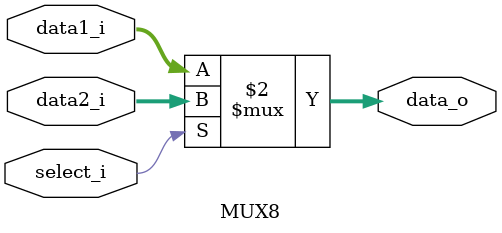
<source format=v>
module MUX8 (data1_i, data2_i, select_i, data_o);

input [7:0] data1_i;
input [7:0] data2_i;
input select_i;
output [7:0] data_o;

assign data_o = (!select_i) ? data1_i : data2_i;

endmodule

</source>
